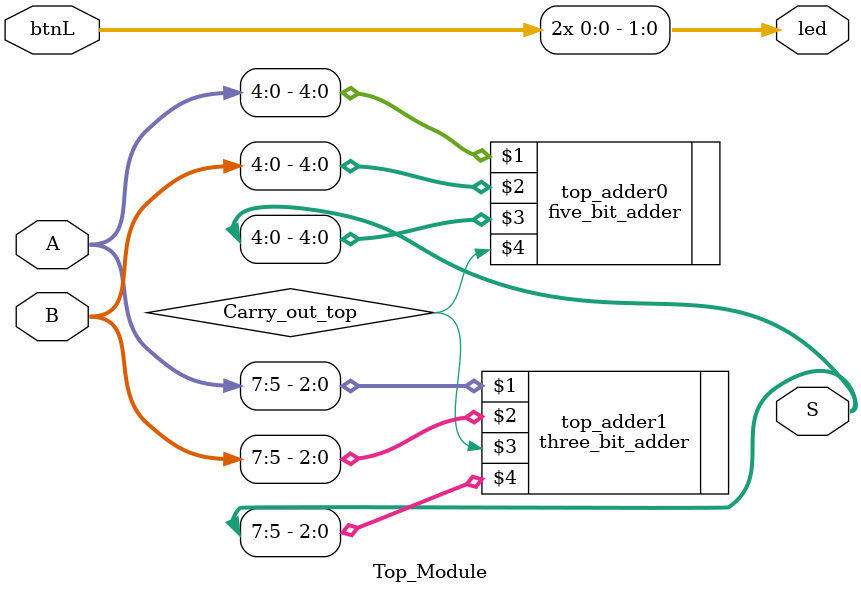
<source format=v>
`timescale 1ns / 1ps

module Top_Module(input btnL, input [7:0]A, input [7:0]B, output [7:0]S, output [15:14]led);
   
    wire Carry_out_top;
    
    five_bit_adder top_adder0 (A[4:0], B[4:0], S[4:0], Carry_out_top);
    three_bit_adder top_adder1 (A[7:5], B[7:5], Carry_out_top, S[7:5]);
    
    assign led[15] = btnL;
    assign led[14] = btnL;
    
endmodule

</source>
